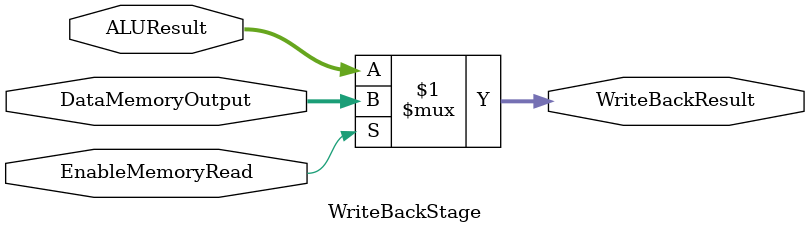
<source format=v>
module WriteBackStage (WriteBackResult,EnableMemoryRead, DataMemoryOutput, ALUResult);
  input EnableMemoryRead;
  input [31:0]  DataMemoryOutput, ALUResult;
  output [31:0] WriteBackResult;
//if the result is processed in memory then assign the write back result to what's in memory
//else the result will be taken from ALU directly
assign WriteBackResult = (EnableMemoryRead )? DataMemoryOutput :ALUResult;
//initial begin
//$display("WriteBack Stage");
//#1000 $finish;
//end
endmodule

</source>
